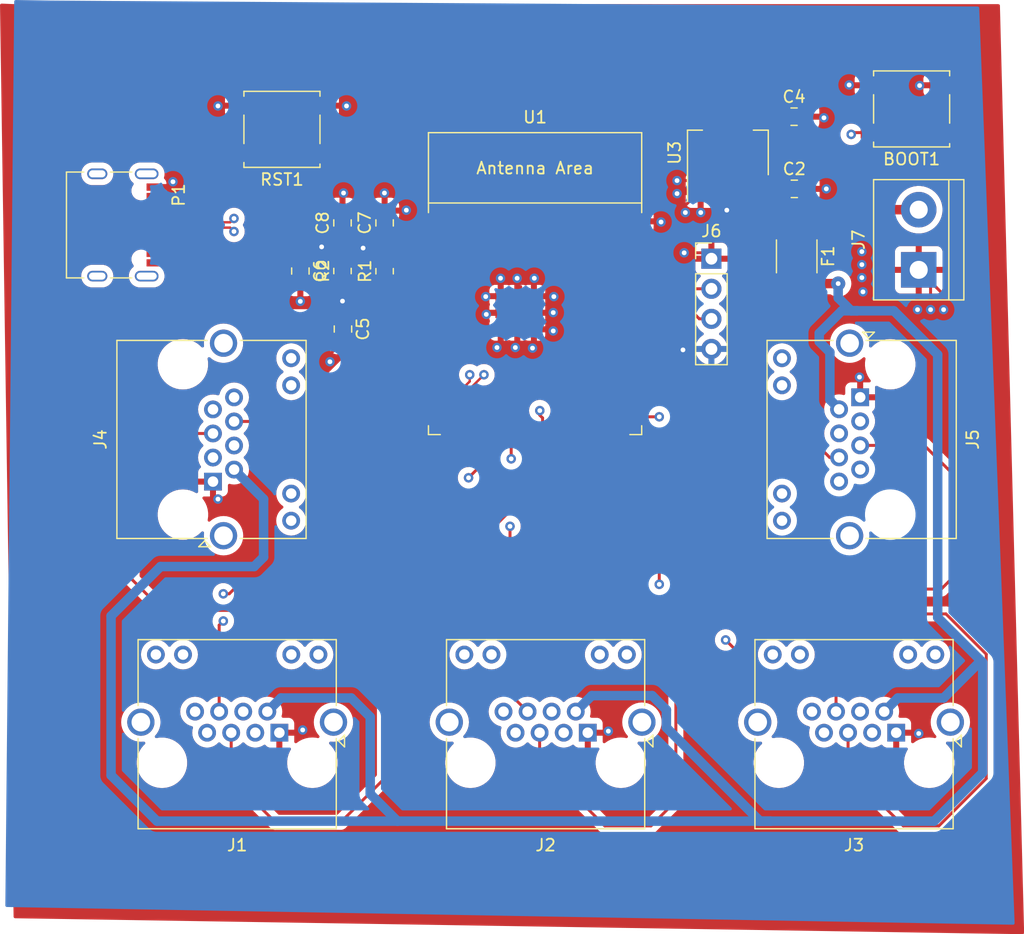
<source format=kicad_pcb>
(kicad_pcb (version 20211014) (generator pcbnew)
  (layers (0 "F.Cu" signal) (1 "In1.Cu" signal) (2 "In2.Cu" signal) (31 "B.Cu" signal) (34 "B.Paste" user) (35 "F.Paste" user) (36 "B.SilkS" user "B.Silkscreen") (37 "F.SilkS" user "F.Silkscreen") (38 "B.Mask" user) (39 "F.Mask" user) (44 "Edge.Cuts" user))
  (net 0 "")
  (net 1 "GNDREF")
  (net 2 "+3.3V")
  (net 3 "/MOSI")
  (net 4 "/MISO")
  (net 5 "/SCLK")
  (net 6 "/CS_SWF")
  (net 13 "/CS_PDL")
  (net 20 "/CS_SHIF")
  (net 27 "/CS_A2")
  (net 34 "/CS_A1")
  (net 35 "Net-(P1-PadA4)")
  (net 41 "Net-(C5-Pad1)")
  (net 56 "/EN")
  (net 65 "/RX_ESP")
  (net 66 "/TX_ESP")
  (net 71 "/D+")
  (net 72 "/D-")
  (net 73 "+5V")
  (net 74 "/BOOT")
  (net 75 "Net-(F1-Pad1)")
  (footprint "Button_Switch_SMD:SW_Push_1P1T_NO_CK_KSC6xxJ" (layer "F.Cu") (at 119.35 79.475)
    (fp_text reference "RST1")
    (fp_text value "SW_Push")
  )
  (footprint "Espressif:ESP32-S3-WROOM-1" (layer "F.Cu") (at 140.716 95.504)
    (fp_text reference "U1")
    (fp_text value "ESP32-S3-WROOM-1")
  )
  (footprint "Package_TO_SOT_SMD:SOT-223-3_TabPin2" (layer "F.Cu") (at 156.9905 81.452 90)
    (fp_text reference "U3")
    (fp_text value "LDL1117")
  )
  (footprint "Resistor_SMD:R_0805_2012Metric_Pad1.20x1.40mm_HandSolder" (layer "F.Cu") (at 128.016 91.456 90)
    (fp_text reference "R1")
    (fp_text value "0")
  )
  (footprint "Button_Switch_SMD:SW_Push_1P1T_NO_CK_KSC6xxJ" (layer "F.Cu") (at 172.5 77.75)
    (fp_text reference "BOOT1")
    (fp_text value "SW_Push")
  )
  (footprint "Connector_RJ:RJ45_Amphenol_RJHSE538X" (layer "F.Cu") (at 145.165 130.431 180)
    (fp_text reference "J2")
    (fp_text value "Pedals")
  )
  (footprint "Connector_USB:USB_C_Receptacle_Palconn_UTC16-G" (layer "F.Cu") (at 106 87.55 -90)
    (fp_text reference "P1")
    (fp_text value "USB_C_Plug_USB2.0")
  )
  (footprint "Fuse:Fuse_1812_4532Metric_Pad1.30x3.40mm_HandSolder" (layer "F.Cu") (at 162.8 90.2 -90)
    (fp_text reference "F1")
    (fp_text value "3A")
  )
  (footprint "Connector_RJ:RJ45_Amphenol_RJHSE538X" (layer "F.Cu") (at 171.2 130.431 180)
    (fp_text reference "J3")
    (fp_text value "Shifter")
  )
  (footprint "TerminalBlock:TerminalBlock_bornier-2_P5.08mm" (layer "F.Cu") (at 173.1 91.34 90)
    (fp_text reference "J7")
    (fp_text value "Screw_Terminal_01x02")
  )
  (footprint "Capacitor_SMD:C_0805_2012Metric_Pad1.18x1.45mm_HandSolder" (layer "F.Cu") (at 124.5 96.3375 -90)
    (fp_text reference "C5")
    (fp_text value "0.1uf")
  )
  (footprint "Capacitor_SMD:C_0805_2012Metric_Pad1.18x1.45mm_HandSolder" (layer "F.Cu") (at 162.5785 78.404)
    (fp_text reference "C4")
    (fp_text value "4.7uf")
  )
  (footprint "Capacitor_SMD:C_0805_2012Metric_Pad1.18x1.45mm_HandSolder" (layer "F.Cu") (at 162.6 84.5)
    (fp_text reference "C2")
    (fp_text value "1uf")
  )
  (footprint "Connector_RJ:RJ45_Amphenol_RJHSE538X" (layer "F.Cu") (at 119.13 130.431 180)
    (fp_text reference "J1")
    (fp_text value "Steering Wheel Feedback")
  )
  (footprint "Connector_RJ:RJ45_Amphenol_RJHSE538X" (layer "F.Cu") (at 113.528 109.224 90)
    (fp_text reference "J4")
    (fp_text value "Accessory_2")
  )
  (footprint "Capacitor_SMD:C_0805_2012Metric_Pad1.18x1.45mm_HandSolder" (layer "F.Cu") (at 120.904 91.44 -90)
    (fp_text reference "C6")
    (fp_text value "1uf")
  )
  (footprint "Capacitor_SMD:C_0805_2012Metric_Pad1.18x1.45mm_HandSolder" (layer "F.Cu") (at 128.016 87.376 90)
    (fp_text reference "C7")
    (fp_text value "0.1uf")
  )
  (footprint "Capacitor_SMD:C_0805_2012Metric_Pad1.18x1.45mm_HandSolder" (layer "F.Cu") (at 124.46 87.376 90)
    (fp_text reference "C8")
    (fp_text value "22uf")
  )
  (footprint "Connector_PinHeader_2.54mm:PinHeader_1x04_P2.54mm_Vertical" (layer "F.Cu") (at 155.6 90.4)
    (fp_text reference "J6")
    (fp_text value "Conn_01x04")
  )
  (footprint "Connector_RJ:RJ45_Amphenol_RJHSE538X" (layer "F.Cu") (at 168.158 102.104 -90)
    (fp_text reference "J5")
    (fp_text value "Accessory_1")
  )
  (footprint "Resistor_SMD:R_0805_2012Metric_Pad1.20x1.40mm_HandSolder" (layer "F.Cu") (at 124.46 91.44 90)
    (fp_text reference "R2")
    (fp_text value "10K")
  )
  (segment (start 120.9 92.4815) (end 120.904 92.4775) (width 0.25) (layer "F.Cu") (net 1))
  (segment (start 130.794 87.244) (end 129.85 86.3) (width 0.25) (layer "F.Cu") (net 1))
  (segment (start 171.2 130.431) (end 173.031 130.431) (width 0.25) (layer "F.Cu") (net 1))
  (segment (start 140.616 94.964) (end 142.236 94.964) (width 0.25) (layer "F.Cu") (net 1))
  (segment (start 138.364 94.964) (end 139.216 94.964) (width 0.25) (layer "F.Cu") (net 1))
  (segment (start 120.9 94) (end 120.9 92.4815) (width 0.25) (layer "F.Cu") (net 1))
  (segment (start 140.616 93.564) (end 139.216 93.564) (width 0.25) (layer "F.Cu") (net 1))
  (segment (start 174.1 94.7) (end 174.1 92.34) (width 0.25) (layer "F.Cu") (net 1))
  (segment (start 173.1 91.34) (end 170.25093 91.34) (width 0.25) (layer "F.Cu") (net 1))
  (segment (start 140.616 97.834) (end 140.5 97.95) (width 0.25) (layer "F.Cu") (net 1))
  (segment (start 142.3 93.6) (end 140.652 93.6) (width 0.25) (layer "F.Cu") (net 1))
  (segment (start 109.7 84.35) (end 110.15 83.9) (width 0.25) (layer "F.Cu") (net 1))
  (segment (start 113.528 109.224) (end 113.528 110.278) (width 0.25) (layer "F.Cu") (net 1))
  (segment (start 173 91.44) (end 173.1 91.34) (width 0.25) (layer "F.Cu") (net 1))
  (segment (start 140.616 96.364) (end 142.114 96.364) (width 0.25) (layer "F.Cu") (net 1))
  (segment (start 140.65 92.05) (end 140.65 93.53) (width 0.25) (layer "F.Cu") (net 1))
  (segment (start 136.55 93.6) (end 137.78 93.6) (width 0.25) (layer "F.Cu") (net 1))
  (segment (start 168.74 91.34) (end 168.3 90.9) (width 0.25) (layer "F.Cu") (net 1))
  (segment (start 140.616 96.364) (end 140.616 97.834) (width 0.25) (layer "F.Cu") (net 1))
  (segment (start 120.869 130.431) (end 121.1 130.2) (width 0.25) (layer "F.Cu") (net 1))
  (segment (start 170.25093 91.34) (end 168.39324 93.19769) (width 0.25) (layer "F.Cu") (net 1))
  (segment (start 154.3925 84.9) (end 154.6905 84.602) (width 0.25) (layer "F.Cu") (net 1))
  (segment (start 137.68 95.1) (end 137.816 94.964) (width 0.25) (layer "F.Cu") (net 1))
  (segment (start 175.4 75.75) (end 173.2 75.75) (width 0.25) (layer "F.Cu") (net 1))
  (segment (start 128 84.85) (end 128 86.3225) (width 0.25) (layer "F.Cu") (net 1))
  (segment (start 151.35 87.3) (end 149.522 87.3) (width 0.25) (layer "F.Cu") (net 1))
  (segment (start 137.8 93.548) (end 137.816 93.564) (width 0.25) (layer "F.Cu") (net 1))
  (segment (start 153.8885 83.8) (end 154.6905 84.602) (width 0.25) (layer "F.Cu") (net 1))
  (segment (start 140.652 93.6) (end 140.616 93.564) (width 0.25) (layer "F.Cu") (net 1))
  (segment (start 146.769 130.431) (end 146.9 130.3) (width 0.25) (layer "F.Cu") (net 1))
  (segment (start 169.84 91.34) (end 168.3 89.8) (width 0.25) (layer "F.Cu") (net 1))
  (segment (start 113.528 110.278) (end 113.95 110.7) (width 0.25) (layer "F.Cu") (net 1))
  (segment (start 154.7 86.5) (end 154.7 84.6115) (width 0.25) (layer "F.Cu") (net 1))
  (segment (start 124.775 77.475) (end 124.8 77.5) (width 0.25) (layer "F.Cu") (net 1))
  (segment (start 142.236 94.964) (end 142.25 94.95) (width 0.25) (layer "F.Cu") (net 1))
  (segment (start 137.816 94.964) (end 137.816 93.564) (width 0.25) (layer "F.Cu") (net 1))
  (segment (start 175.2 93.44) (end 173.1 91.34) (width 0.25) (layer "F.Cu") (net 1))
  (segment (start 173.1 91.34) (end 169.84 91.34) (width 0.25) (layer "F.Cu") (net 1))
  (segment (start 149.522 87.3) (end 149.466 87.244) (width 0.25) (layer "F.Cu") (net 1))
  (segment (start 123.4 99.1) (end 123.4 98.475) (width 0.25) (layer "F.Cu") (net 1))
  (segment (start 119.13 130.431) (end 120.869 130.431) (width 0.25) (layer "F.Cu") (net 1))
  (segment (start 139.216 96.364) (end 139.216 97.734) (width 0.25) (layer "F.Cu") (net 1))
  (segment (start 116.45 77.475) (end 113.975 77.475) (width 0.25) (layer "F.Cu") (net 1))
  (segment (start 124.55 84.85) (end 124.55 86.2485) (width 0.25) (layer "F.Cu") (net 1))
  (segment (start 152.7 84.9) (end 154.3925 84.9) (width 0.25) (layer "F.Cu") (net 1))
  (segment (start 168.96 91.34) (end 168.3 92) (width 0.25) (layer "F.Cu") (net 1))
  (segment (start 122.25 77.475) (end 124.775 77.475) (width 0.25) (layer "F.Cu") (net 1))
  (segment (start 137.816 96.364) (end 137.816 94.964) (width 0.25) (layer "F.Cu") (net 1))
  (segment (start 168.158 100.458) (end 168.1 100.4) (width 0.25) (layer "F.Cu") (net 1))
  (segment (start 123.4 98.475) (end 124.5 97.375) (width 0.25) (layer "F.Cu") (net 1))
  (segment (start 173.1 91.34) (end 168.74 91.34) (width 0.25) (layer "F.Cu") (net 1))
  (segment (start 152.7 83.8) (end 153.8885 83.8) (width 0.25) (layer "F.Cu") (net 1))
  (segment (start 137.816 97.434) (end 137.5 97.75) (width 0.25) (layer "F.Cu") (net 1))
  (segment (start 173.1 91.34) (end 168.96 91.34) (width 0.25) (layer "F.Cu") (net 1))
  (segment (start 108.51 84.35) (end 109.7 84.35) (width 0.25) (layer "F.Cu") (net 1))
  (segment (start 113.975 77.475) (end 113.95 77.5) (width 0.25) (layer "F.Cu") (net 1))
  (segment (start 163.6375 84.5) (end 165.3 84.5) (width 0.25) (layer "F.Cu") (net 1))
  (segment (start 163.616 78.404) (end 165.004 78.404) (width 0.25) (layer "F.Cu") (net 1))
  (segment (start 153.3 89.9) (end 155.1 89.9) (width 0.25) (layer "F.Cu") (net 1))
  (segment (start 175.2 94.7) (end 175.2 93.44) (width 0.25) (layer "F.Cu") (net 1))
  (segment (start 137.5 97.75) (end 137.5 97.9) (width 0.25) (layer "F.Cu") (net 1))
  (segment (start 137.816 94.964) (end 138.364 94.964) (width 0.25) (layer "F.Cu") (net 1))
  (segment (start 124.55 86.2485) (end 124.46 86.3385) (width 0.25) (layer "F.Cu") (net 1))
  (segment (start 139.216 93.564) (end 139.216 94.964) (width 0.25) (layer "F.Cu") (net 1))
  (segment (start 167.25 75.75) (end 167.225 75.725) (width 0.25) (layer "F.Cu") (net 1))
  (segment (start 154.7 84.6115) (end 154.6905 84.602) (width 0.25) (layer "F.Cu") (net 1))
  (segment (start 137.8 92.05) (end 137.8 93.548) (width 0.25) (layer "F.Cu") (net 1))
  (segment (start 140.616 96.364) (end 139.216 96.364) (width 0.25) (layer "F.Cu") (net 1))
  (segment (start 145.165 130.431) (end 146.769 130.431) (width 0.25) (layer "F.Cu") (net 1))
  (segment (start 137.816 96.364) (end 137.816 97.434) (width 0.25) (layer "F.Cu") (net 1))
  (segment (start 173 94.7) (end 173 91.44) (width 0.25) (layer "F.Cu") (net 1))
  (segment (start 131.966 87.244) (end 130.794 87.244) (width 0.25) (layer "F.Cu") (net 1))
  (segment (start 140.65 93.53) (end 140.616 93.564) (width 0.25) (layer "F.Cu") (net 1))
  (segment (start 165.004 78.404) (end 165.1 78.5) (width 0.25) (layer "F.Cu") (net 1))
  (segment (start 153.4 85.8925) (end 154.6905 84.602) (width 0.25) (layer "F.Cu") (net 1))
  (segment (start 137.78 93.6) (end 137.816 93.564) (width 0.25) (layer "F.Cu") (net 1))
  (segment (start 173.031 130.431) (end 173.1 130.5) (width 0.25) (layer "F.Cu") (net 1))
  (segment (start 139.5 93.28) (end 139.216 93.564) (width 0.25) (layer "F.Cu") (net 1))
  (segment (start 140.616 93.564) (end 140.616 94.964) (width 0.25) (layer "F.Cu") (net 1))
  (segment (start 139.216 97.734) (end 139.05 97.9) (width 0.25) (layer "F.Cu") (net 1))
  (segment (start 139.5 92.75) (end 139.5 93.28) (width 0.25) (layer "F.Cu") (net 1))
  (segment (start 174.1 92.34) (end 173.1 91.34) (width 0.25) (layer "F.Cu") (net 1))
  (segment (start 168.158 102.104) (end 168.158 100.458) (width 0.25) (layer "F.Cu") (net 1))
  (segment (start 136.6 95.1) (end 137.68 95.1) (width 0.25) (layer "F.Cu") (net 1))
  (segment (start 128 86.3225) (end 128.016 86.3385) (width 0.25) (layer "F.Cu") (net 1))
  (segment (start 169.6 75.75) (end 167.25 75.75) (width 0.25) (layer "F.Cu") (net 1))
  (segment (start 155.1 89.9) (end 155.6 90.4) (width 0.25) (layer "F.Cu") (net 1))
  (segment (start 142.114 96.364) (end 142.25 96.5) (width 0.25) (layer "F.Cu") (net 1))
  (segment (start 153.4 86.5) (end 153.4 85.8925) (width 0.25) (layer "F.Cu") (net 1))
  (segment (start 173.2 75.75) (end 173.175 75.775) (width 0.25) (layer "F.Cu") (net 1))
  (via (at 129.85 86.3) (size 0.8) (drill 0.4) (layers "F.Cu" "B.Cu") (net 1))
  (via (at 174.1 94.7) (size 0.8) (drill 0.4) (layers "F.Cu" "B.Cu") (net 1))
  (via (at 152.7 84.9) (size 0.8) (drill 0.4) (layers "F.Cu" "B.Cu") (net 1))
  (via (at 168.1 100.4) (size 0.8) (drill 0.4) (layers "F.Cu" "B.Cu") (net 1))
  (via (at 139.05 97.9) (size 0.8) (drill 0.4) (layers "F.Cu" "B.Cu") (net 1))
  (via (at 168.3 92) (size 0.8) (drill 0.4) (layers "F.Cu" "B.Cu") (net 1))
  (via (at 173.175 75.775) (size 0.8) (drill 0.4) (layers "F.Cu" "B.Cu") (net 1))
  (via (at 113.95 77.5) (size 0.8) (drill 0.4) (layers "F.Cu" "B.Cu") (net 1))
  (via (at 113.95 110.7) (size 0.8) (drill 0.4) (layers "F.Cu" "B.Cu") (net 1))
  (via (at 165.3 84.5) (size 0.8) (drill 0.4) (layers "F.Cu" "B.Cu") (net 1))
  (via (at 136.6 95.1) (size 0.8) (drill 0.4) (layers "F.Cu" "B.Cu") (net 1))
  (via (at 151.35 87.3) (size 0.8) (drill 0.4) (layers "F.Cu" "B.Cu") (net 1))
  (via (at 142.25 94.95) (size 0.8) (drill 0.4) (layers "F.Cu" "B.Cu") (net 1))
  (via (at 110.15 83.9) (size 0.8) (drill 0.4) (layers "F.Cu" "B.Cu") (net 1))
  (via (at 152.7 83.8) (size 0.8) (drill 0.4) (layers "F.Cu" "B.Cu") (net 1))
  (via (at 154.7 86.5) (size 0.8) (drill 0.4) (layers "F.Cu" "B.Cu") (net 1))
  (via (at 137.5 97.9) (size 0.8) (drill 0.4) (layers "F.Cu" "B.Cu") (net 1))
  (via (at 167.225 75.725) (size 0.8) (drill 0.4) (layers "F.Cu" "B.Cu") (net 1))
  (via (at 165.1 78.5) (size 0.8) (drill 0.4) (layers "F.Cu" "B.Cu") (net 1))
  (via (at 140.5 97.95) (size 0.8) (drill 0.4) (layers "F.Cu" "B.Cu") (net 1))
  (via (at 168.3 89.8) (size 0.8) (drill 0.4) (layers "F.Cu" "B.Cu") (net 1))
  (via (at 124.55 84.85) (size 0.8) (drill 0.4) (layers "F.Cu" "B.Cu") (net 1))
  (via (at 136.55 93.6) (size 0.8) (drill 0.4) (layers "F.Cu" "B.Cu") (net 1))
  (via (at 153.3 89.9) (size 0.8) (drill 0.4) (layers "F.Cu" "B.Cu") (net 1))
  (via (at 146.9 130.3) (size 0.8) (drill 0.4) (layers "F.Cu" "B.Cu") (net 1))
  (via (at 175.2 94.7) (size 0.8) (drill 0.4) (layers "F.Cu" "B.Cu") (net 1))
  (via (at 173.1 130.5) (size 0.8) (drill 0.4) (layers "F.Cu" "B.Cu") (net 1))
  (via (at 168.3 90.9) (size 0.8) (drill 0.4) (layers "F.Cu" "B.Cu") (net 1))
  (via (at 120.9 94) (size 0.8) (drill 0.4) (layers "F.Cu" "B.Cu") (net 1))
  (via (at 124.8 77.5) (size 0.8) (drill 0.4) (layers "F.Cu" "B.Cu") (net 1))
  (via (at 153.4 86.5) (size 0.8) (drill 0.4) (layers "F.Cu" "B.Cu") (net 1))
  (via (at 142.3 93.6) (size 0.8) (drill 0.4) (layers "F.Cu" "B.Cu") (net 1))
  (via (at 128 84.85) (size 0.8) (drill 0.4) (layers "F.Cu" "B.Cu") (net 1))
  (via (at 123.4 99.1) (size 0.8) (drill 0.4) (layers "F.Cu" "B.Cu") (net 1))
  (via (at 140.65 92.05) (size 0.8) (drill 0.4) (layers "F.Cu" "B.Cu") (net 1))
  (via (at 168.39324 93.19769) (size 0.8) (drill 0.4) (layers "F.Cu" "B.Cu") (net 1))
  (via (at 121.1 130.2) (size 0.8) (drill 0.4) (layers "F.Cu" "B.Cu") (net 1))
  (via (at 139.2 92.05) (size 0.8) (drill 0.4) (layers "F.Cu" "B.Cu") (net 1))
  (via (at 137.8 92.05) (size 0.8) (drill 0.4) (layers "F.Cu" "B.Cu") (net 1))
  (via (at 173 94.7) (size 0.8) (drill 0.4) (layers "F.Cu" "B.Cu") (net 1))
  (via (at 142.25 96.5) (size 0.8) (drill 0.4) (layers "F.Cu" "B.Cu") (net 1))
  (segment (start 126.2 89.5) (end 126.9295 89.5) (width 0.25) (layer "F.Cu") (net 2))
  (segment (start 155.52 98.1) (end 155.6 98.02) (width 0.25) (layer "F.Cu") (net 2))
  (segment (start 128.1165 88.514) (end 128.016 88.4135) (width 0.25) (layer "F.Cu") (net 2))
  (segment (start 153.2 98.1) (end 155.52 98.1) (width 0.25) (layer "F.Cu") (net 2))
  (segment (start 156.9 86.3) (end 156.9 84.6925) (width 0.25) (layer "F.Cu") (net 2))
  (segment (start 131.966 88.514) (end 128.1165 88.514) (width 0.25) (layer "F.Cu") (net 2))
  (segment (start 156.9 84.6925) (end 156.9905 84.602) (width 0.25) (layer "F.Cu") (net 2))
  (segment (start 124.46 93.98) (end 124.46 92.44) (width 0.25) (layer "F.Cu") (net 2))
  (segment (start 127.4865 88.4135) (end 124.46 88.4135) (width 0.25) (layer "F.Cu") (net 2))
  (segment (start 161.439 78.302) (end 161.541 78.404) (width 0.25) (layer "F.Cu") (net 2))
  (segment (start 156.9905 78.302) (end 161.439 78.302) (width 0.25) (layer "F.Cu") (net 2))
  (segment (start 122.7 89.4) (end 123.4735 89.4) (width 0.25) (layer "F.Cu") (net 2))
  (segment (start 123.4735 89.4) (end 124.46 88.4135) (width 0.25) (layer "F.Cu") (net 2))
  (segment (start 128.016 88.4135) (end 127.4865 88.4135) (width 0.25) (layer "F.Cu") (net 2))
  (segment (start 126.9295 89.5) (end 128.016 88.4135) (width 0.25) (layer "F.Cu") (net 2))
  (segment (start 156.9905 78.302) (end 156.9905 84.602) (width 0.25) (layer "F.Cu") (net 2))
  (via (at 126.2 89.5) (size 0.8) (drill 0.4) (layers "F.Cu" "B.Cu") (net 2))
  (via (at 122.7 89.4) (size 0.8) (drill 0.4) (layers "F.Cu" "B.Cu") (net 2))
  (via (at 156.9 86.3) (size 0.8) (drill 0.4) (layers "F.Cu" "B.Cu") (net 2))
  (via (at 124.46 93.98) (size 0.8) (drill 0.4) (layers "F.Cu" "B.Cu") (net 2))
  (via (at 153.2 98.1) (size 0.8) (drill 0.4) (layers "F.Cu" "B.Cu") (net 2))
  (segment (start 138.7 105.115) (end 138.811 105.004) (width 0.25) (layer "F.Cu") (net 3))
  (segment (start 138.7 107.3) (end 138.7 105.115) (width 0.25) (layer "F.Cu") (net 3))
  (via (at 138.7 107.3) (size 0.8) (drill 0.4) (layers "F.Cu" "B.Cu") (net 3))
  (segment (start 141.114148 103.614148) (end 141.351 103.851) (width 0.25) (layer "F.Cu") (net 4))
  (segment (start 141.114148 103.226862) (end 141.114148 103.614148) (width 0.25) (layer "F.Cu") (net 4))
  (segment (start 141.351 103.851) (end 141.351 105.004) (width 0.25) (layer "F.Cu") (net 4))
  (via (at 141.114148 103.226862) (size 0.8) (drill 0.4) (layers "F.Cu" "B.Cu") (net 4))
  (segment (start 149.65 119.75) (end 150.95 119.75) (width 0.25) (layer "F.Cu") (net 5))
  (segment (start 118.8 138) (end 115.066 134.266) (width 0.25) (layer "F.Cu") (net 5))
  (segment (start 130.2 120.1) (end 128 122.3) (width 0.25) (layer "F.Cu") (net 5))
  (segment (start 177.5 110.1) (end 177.5 115.8) (width 0.25) (layer "F.Cu") (net 5))
  (segment (start 128 122.3) (end 128 134.3) (width 0.25) (layer "F.Cu") (net 5))
  (segment (start 113.528 105.16) (end 109.04 105.16) (width 0.25) (layer "F.Cu") (net 5))
  (segment (start 141.101 132.801) (end 141.101 130.431) (width 0.25) (layer "F.Cu") (net 5))
  (segment (start 177.5 115.8) (end 175 118.3) (width 0.25) (layer "F.Cu") (net 5))
  (segment (start 150.3 120.4) (end 151.45 121.55) (width 0.25) (layer "F.Cu") (net 5))
  (segment (start 146.6 138.3) (end 141.101 132.801) (width 0.25) (layer "F.Cu") (net 5))
  (segment (start 149.65 119.75) (end 150.3 120.4) (width 0.25) (layer "F.Cu") (net 5))
  (segment (start 178.8 134.3) (end 178.8 123.8) (width 0.25) (layer "F.Cu") (net 5))
  (segment (start 152.6 136.2) (end 150.5 138.3) (width 0.25) (layer "F.Cu") (net 5))
  (segment (start 109.04 105.16) (end 106.7 107.5) (width 0.25) (layer "F.Cu") (net 5))
  (segment (start 171.8 138.3) (end 174.8 138.3) (width 0.25) (layer "F.Cu") (net 5))
  (segment (start 152.6 122.7) (end 152.6 136.2) (width 0.25) (layer "F.Cu") (net 5))
  (segment (start 106.7 107.5) (end 106.7 117.5) (width 0.25) (layer "F.Cu") (net 5))
  (segment (start 140.081 105.004) (end 140.081 110.181) (width 0.25) (layer "F.Cu") (net 5))
  (segment (start 140.081 110.181) (end 149.65 119.75) (width 0.25) (layer "F.Cu") (net 5))
  (segment (start 175.4 120.4) (end 154.6 120.4) (width 0.25) (layer "F.Cu") (net 5))
  (segment (start 178.8 123.8) (end 175.4 120.4) (width 0.25) (layer "F.Cu") (net 5))
  (segment (start 151.45 121.55) (end 152.45 122.55) (width 0.25) (layer "F.Cu") (net 5))
  (segment (start 150.5 138.3) (end 146.6 138.3) (width 0.25) (layer "F.Cu") (net 5))
  (segment (start 168.158 106.168) (end 173.568 106.168) (width 0.25) (layer "F.Cu") (net 5))
  (segment (start 153.45 121.55) (end 154.6 120.4) (width 0.25) (layer "F.Cu") (net 5))
  (segment (start 150.95 119.75) (end 152.4 118.3) (width 0.25) (layer "F.Cu") (net 5))
  (segment (start 109.3 120.1) (end 130.2 120.1) (width 0.25) (layer "F.Cu") (net 5))
  (segment (start 167.136 133.636) (end 171.8 138.3) (width 0.25) (layer "F.Cu") (net 5))
  (segment (start 173.568 106.168) (end 177.5 110.1) (width 0.25) (layer "F.Cu") (net 5))
  (segment (start 167.136 130.431) (end 167.136 133.636) (width 0.25) (layer "F.Cu") (net 5))
  (segment (start 175 118.3) (end 152.4 118.3) (width 0.25) (layer "F.Cu") (net 5))
  (segment (start 124.3 138) (end 118.8 138) (width 0.25) (layer "F.Cu") (net 5))
  (segment (start 140.081 110.219) (end 130.2 120.1) (width 0.25) (layer "F.Cu") (net 5))
  (segment (start 140.081 110.181) (end 140.081 110.219) (width 0.25) (layer "F.Cu") (net 5))
  (segment (start 174.8 138.3) (end 178.8 134.3) (width 0.25) (layer "F.Cu") (net 5))
  (segment (start 106.7 117.5) (end 109.3 120.1) (width 0.25) (layer "F.Cu") (net 5))
  (segment (start 151.45 121.55) (end 153.45 121.55) (width 0.25) (layer "F.Cu") (net 5))
  (segment (start 128 134.3) (end 124.3 138) (width 0.25) (layer "F.Cu") (net 5))
  (segment (start 152.45 122.55) (end 152.6 122.7) (width 0.25) (layer "F.Cu") (net 5))
  (segment (start 115.066 134.266) (end 115.066 130.431) (width 0.25) (layer "F.Cu") (net 5))
  (segment (start 115.4 118.2) (end 127.4 118.2) (width 0.25) (layer "F.Cu") (net 6))
  (segment (start 137.541 108.059) (end 137.541 105.004) (width 0.25) (layer "F.Cu") (net 6))
  (segment (start 114.05 128.651) (end 114.05 121.35) (width 0.25) (layer "F.Cu") (net 6))
  (segment (start 114.4 118.7) (end 114.9 118.7) (width 0.25) (layer "F.Cu") (net 6))
  (segment (start 114.05 121.35) (end 114.4 121) (width 0.25) (layer "F.Cu") (net 6))
  (segment (start 114.9 118.7) (end 115.4 118.2) (width 0.25) (layer "F.Cu") (net 6))
  (segment (start 127.4 118.2) (end 137.541 108.059) (width 0.25) (layer "F.Cu") (net 6))
  (via (at 114.4 118.7) (size 0.8) (drill 0.4) (layers "F.Cu" "B.Cu") (net 6))
  (via (at 114.4 121) (size 0.8) (drill 0.4) (layers "F.Cu" "B.Cu") (net 6))
  (segment (start 138.6 113) (end 138.6 127.166) (width 0.25) (layer "F.Cu") (net 13))
  (segment (start 136.271 105.004) (end 136.271 107.729) (width 0.25) (layer "F.Cu") (net 13))
  (segment (start 136.271 107.729) (end 135.1 108.9) (width 0.25) (layer "F.Cu") (net 13))
  (segment (start 138.6 127.166) (end 140.085 128.651) (width 0.25) (layer "F.Cu") (net 13))
  (via (at 135.1 108.9) (size 0.8) (drill 0.4) (layers "F.Cu" "B.Cu") (net 13))
  (via (at 138.6 113) (size 0.8) (drill 0.4) (layers "F.Cu" "B.Cu") (net 13))
  (segment (start 142.621 106.921) (end 142.621 105.004) (width 0.25) (layer "F.Cu") (net 20))
  (segment (start 151.2 117.9) (end 151.2 115.5) (width 0.25) (layer "F.Cu") (net 20))
  (segment (start 165.2 125.8) (end 160 125.8) (width 0.25) (layer "F.Cu") (net 20))
  (segment (start 151.2 115.5) (end 142.621 106.921) (width 0.25) (layer "F.Cu") (net 20))
  (segment (start 156.95 122.75) (end 156.8 122.6) (width 0.25) (layer "F.Cu") (net 20))
  (segment (start 160 125.8) (end 156.95 122.75) (width 0.25) (layer "F.Cu") (net 20))
  (segment (start 166.12 128.651) (end 166.12 126.72) (width 0.25) (layer "F.Cu") (net 20))
  (segment (start 166.12 126.72) (end 165.2 125.8) (width 0.25) (layer "F.Cu") (net 20))
  (via (at 156.8 122.6) (size 0.8) (drill 0.4) (layers "F.Cu" "B.Cu") (net 20))
  (via (at 151.2 117.9) (size 0.8) (drill 0.4) (layers "F.Cu" "B.Cu") (net 20))
  (segment (start 120.056 104.144) (end 127.2 97) (width 0.25) (layer "F.Cu") (net 27))
  (segment (start 127.2 96) (end 129.606 93.594) (width 0.25) (layer "F.Cu") (net 27))
  (segment (start 129.606 93.594) (end 131.966 93.594) (width 0.25) (layer "F.Cu") (net 27))
  (segment (start 127.2 97) (end 127.2 96) (width 0.25) (layer "F.Cu") (net 27))
  (segment (start 115.308 104.144) (end 120.056 104.144) (width 0.25) (layer "F.Cu") (net 27))
  (segment (start 166.378 107.184) (end 165.584 107.184) (width 0.25) (layer "F.Cu") (net 34))
  (segment (start 165.584 107.184) (end 160.884 102.484) (width 0.25) (layer "F.Cu") (net 34))
  (segment (start 160.884 102.484) (end 149.466 102.484) (width 0.25) (layer "F.Cu") (net 34))
  (segment (start 118.95 94.85) (end 119.4 95.3) (width 0.25) (layer "F.Cu") (net 41))
  (segment (start 124.5 95.3) (end 125.172 95.3) (width 0.25) (layer "F.Cu") (net 41))
  (segment (start 119.4 95.3) (end 124.5 95.3) (width 0.25) (layer "F.Cu") (net 41))
  (segment (start 118.95 88.1) (end 118.95 94.85) (width 0.25) (layer "F.Cu") (net 41))
  (segment (start 122.25 84.8) (end 118.95 88.1) (width 0.25) (layer "F.Cu") (net 41))
  (segment (start 122.25 81.475) (end 122.25 84.8) (width 0.25) (layer "F.Cu") (net 41))
  (segment (start 125.172 95.3) (end 128.016 92.456) (width 0.25) (layer "F.Cu") (net 41))
  (segment (start 116.45 81.475) (end 122.25 81.475) (width 0.25) (layer "F.Cu") (net 41))
  (segment (start 124.46 90.44) (end 120.9415 90.44) (width 0.25) (layer "F.Cu") (net 56))
  (segment (start 124.476 90.456) (end 124.46 90.44) (width 0.25) (layer "F.Cu") (net 56))
  (segment (start 128.688 89.784) (end 128.016 90.456) (width 0.25) (layer "F.Cu") (net 56))
  (segment (start 128.016 90.456) (end 124.476 90.456) (width 0.25) (layer "F.Cu") (net 56))
  (segment (start 120.9415 90.44) (end 120.904 90.4025) (width 0.25) (layer "F.Cu") (net 56))
  (segment (start 131.966 89.784) (end 128.688 89.784) (width 0.25) (layer "F.Cu") (net 56))
  (segment (start 155.6 92.94) (end 153.04 92.94) (width 0.25) (layer "F.Cu") (net 65))
  (segment (start 153.04 92.94) (end 151.154 91.054) (width 0.25) (layer "F.Cu") (net 65))
  (segment (start 151.154 91.054) (end 149.466 91.054) (width 0.25) (layer "F.Cu") (net 65))
  (segment (start 151.424 92.324) (end 149.466 92.324) (width 0.25) (layer "F.Cu") (net 66))
  (segment (start 154.58 95.48) (end 151.424 92.324) (width 0.25) (layer "F.Cu") (net 66))
  (segment (start 155.6 95.48) (end 154.58 95.48) (width 0.25) (layer "F.Cu") (net 66))
  (segment (start 132.266 103.754) (end 132.676 103.344) (width 0.2) (layer "F.Cu") (net 71))
  (segment (start 131.912 103.7) (end 131.966 103.754) (width 0.2) (layer "F.Cu") (net 71))
  (segment (start 133.256 103.344) (end 136.4 100.2) (width 0.2) (layer "F.Cu") (net 71))
  (segment (start 131.966 103.754) (end 132.266 103.754) (width 0.2) (layer "F.Cu") (net 71))
  (segment (start 115.3 87) (end 114.975001 87.324999) (width 0.2) (layer "F.Cu") (net 71))
  (segment (start 132.676 103.344) (end 133.256 103.344) (width 0.2) (layer "F.Cu") (net 71))
  (segment (start 109.380001 87.3) (end 108.51 87.3) (width 0.2) (layer "F.Cu") (net 71))
  (segment (start 109.405001 87.325) (end 109.380001 87.3) (width 0.2) (layer "F.Cu") (net 71))
  (segment (start 114.975001 87.324999) (end 109.405001 87.325) (width 0.2) (layer "F.Cu") (net 71))
  (via (at 115.3 87) (size 0.8) (drill 0.4) (layers "F.Cu" "B.Cu") (net 71))
  (via (at 136.4 100.2) (size 0.8) (drill 0.4) (layers "F.Cu" "B.Cu") (net 71))
  (segment (start 132.266 102.484) (end 132.676 102.894) (width 0.2) (layer "F.Cu") (net 72))
  (segment (start 115.3 88.1) (end 114.975001 87.775001) (width 0.2) (layer "F.Cu") (net 72))
  (segment (start 135.2 100.763603) (end 135.2 100.2) (width 0.2) (layer "F.Cu") (net 72))
  (segment (start 131.966 102.484) (end 132.266 102.484) (width 0.2) (layer "F.Cu") (net 72))
  (segment (start 109.405001 87.775) (end 109.380001 87.8) (width 0.2) (layer "F.Cu") (net 72))
  (segment (start 114.975001 87.775001) (end 109.405001 87.775) (width 0.2) (layer "F.Cu") (net 72))
  (segment (start 131.95 102.5) (end 131.966 102.484) (width 0.2) (layer "F.Cu") (net 72))
  (segment (start 133.069603 102.894) (end 135.2 100.763603) (width 0.2) (layer "F.Cu") (net 72))
  (segment (start 109.380001 87.8) (end 108.51 87.8) (width 0.2) (layer "F.Cu") (net 72))
  (segment (start 132.676 102.894) (end 133.069603 102.894) (width 0.2) (layer "F.Cu") (net 72))
  (via (at 115.3 88.1) (size 0.8) (drill 0.4) (layers "F.Cu" "B.Cu") (net 72))
  (via (at 135.2 100.2) (size 0.8) (drill 0.4) (layers "F.Cu" "B.Cu") (net 72))
  (segment (start 166.3 92.5) (end 162.875 92.5) (width 0.8) (layer "F.Cu") (net 73))
  (segment (start 159 88.3) (end 161.5625 85.7375) (width 0.8) (layer "F.Cu") (net 73))
  (segment (start 162.8 92.425) (end 160.725 92.425) (width 0.8) (layer "F.Cu") (net 73))
  (segment (start 160.725 92.425) (end 159 90.7) (width 0.8) (layer "F.Cu") (net 73))
  (segment (start 159 90.7) (end 159 88.3) (width 0.8) (layer "F.Cu") (net 73))
  (segment (start 161.5625 85.7375) (end 161.5625 84.5) (width 0.8) (layer "F.Cu") (net 73))
  (segment (start 161.4605 84.602) (end 161.5625 84.5) (width 0.25) (layer "F.Cu") (net 73))
  (segment (start 162.875 92.5) (end 162.8 92.425) (width 0.8) (layer "F.Cu") (net 73))
  (segment (start 159.2905 84.602) (end 161.4605 84.602) (width 0.25) (layer "F.Cu") (net 73))
  (via (at 166.3 92.5) (size 1.2) (drill 0.4) (layers "F.Cu" "B.Cu") (net 73))
  (segment (start 174.7 120.7) (end 178.2 124.2) (width 0.8) (layer "B.Cu") (net 73))
  (segment (start 171 94.8) (end 174.7 98.5) (width 0.8) (layer "B.Cu") (net 73))
  (segment (start 108.8 137.9) (end 104.925 134.025) (width 0.8) (layer "B.Cu") (net 73))
  (segment (start 167.9 94.8) (end 167.4 94.8) (width 0.8) (layer "B.Cu") (net 73))
  (segment (start 145.5 127.3) (end 144.149 128.651) (width 0.8) (layer "B.Cu") (net 73))
  (segment (start 178.5 124.5) (end 178.5 133.8) (width 0.8) (layer "B.Cu") (net 73))
  (segment (start 178.2 124.2) (end 178.5 124.5) (width 0.8) (layer "B.Cu") (net 73))
  (segment (start 109.1 116.4) (end 117 116.4) (width 0.8) (layer "B.Cu") (net 73))
  (segment (start 165.6 102.3) (end 165.6 98.3) (width 0.8) (layer "B.Cu") (net 73))
  (segment (start 166.3 93.7) (end 166.3 92.5) (width 0.8) (layer "B.Cu") (net 73))
  (segment (start 125.2 127.5) (end 119.265 127.5) (width 0.8) (layer "B.Cu") (net 73))
  (segment (start 119.265 127.5) (end 118.114 128.651) (width 0.8) (layer "B.Cu") (net 73))
  (segment (start 160.6 137.9) (end 129.1 137.9) (width 0.8) (layer "B.Cu") (net 73))
  (segment (start 126.8 129.1) (end 125.2 127.5) (width 0.8) (layer "B.Cu") (net 73))
  (segment (start 175.2 127.5) (end 171.335 127.5) (width 0.8) (layer "B.Cu") (net 73))
  (segment (start 151.8 130) (end 151.8 128.5) (width 0.8) (layer "B.Cu") (net 73))
  (segment (start 104.925 134.025) (end 104.925 120.575) (width 0.8) (layer "B.Cu") (net 73))
  (segment (start 174.4 137.9) (end 160.6 137.9) (width 0.8) (layer "B.Cu") (net 73))
  (segment (start 117.8 110.7) (end 115.308 108.208) (width 0.8) (layer "B.Cu") (net 73))
  (segment (start 166.378 103.12) (end 166.378 103.078) (width 0.8) (layer "B.Cu") (net 73))
  (segment (start 166.6 94.8) (end 167.9 94.8) (width 0.8) (layer "B.Cu") (net 73))
  (segment (start 178.2 124.2) (end 178.2 124.5) (width 0.8) (layer "B.Cu") (net 73))
  (segment (start 164.7 96.7) (end 166.6 94.8) (width 0.8) (layer "B.Cu") (net 73))
  (segment (start 167.4 94.8) (end 166.3 93.7) (width 0.8) (layer "B.Cu") (net 73))
  (segment (start 159.7 137.9) (end 151.8 130) (width 0.8) (layer "B.Cu") (net 73))
  (segment (start 150.6 127.3) (end 145.5 127.3) (width 0.8) (layer "B.Cu") (net 73))
  (segment (start 129.1 137.9) (end 108.8 137.9) (width 0.8) (layer "B.Cu") (net 73))
  (segment (start 126.8 135.6) (end 126.8 129.1) (width 0.8) (layer "B.Cu") (net 73))
  (segment (start 151.8 128.5) (end 150.6 127.3) (width 0.8) (layer "B.Cu") (net 73))
  (segment (start 160.6 137.9) (end 159.7 137.9) (width 0.8) (layer "B.Cu") (net 73))
  (segment (start 164.7 97.4) (end 164.7 96.7) (width 0.8) (layer "B.Cu") (net 73))
  (segment (start 104.925 120.575) (end 109.1 116.4) (width 0.8) (layer "B.Cu") (net 73))
  (segment (start 178.5 133.8) (end 174.4 137.9) (width 0.8) (layer "B.Cu") (net 73))
  (segment (start 117.8 115.6) (end 117.8 110.7) (width 0.8) (layer "B.Cu") (net 73))
  (segment (start 174.7 98.5) (end 174.7 120.7) (width 0.8) (layer "B.Cu") (net 73))
  (segment (start 117 116.4) (end 117.8 115.6) (width 0.8) (layer "B.Cu") (net 73))
  (segment (start 178.2 124.5) (end 175.2 127.5) (width 0.8) (layer "B.Cu") (net 73))
  (segment (start 166.378 103.078) (end 165.6 102.3) (width 0.8) (layer "B.Cu") (net 73))
  (segment (start 129.1 137.9) (end 126.8 135.6) (width 0.8) (layer "B.Cu") (net 73))
  (segment (start 165.6 98.3) (end 164.7 97.4) (width 0.8) (layer "B.Cu") (net 73))
  (segment (start 171.335 127.5) (end 170.184 128.651) (width 0.8) (layer "B.Cu") (net 73))
  (segment (start 167.9 94.8) (end 171 94.8) (width 0.8) (layer "B.Cu") (net 73))
  (segment (start 167.55 79.75) (end 167.4 79.9) (width 0.25) (layer "F.Cu") (net 74))
  (segment (start 151.196 103.754) (end 151.2 103.75) (width 0.25) (layer "F.Cu") (net 74))
  (segment (start 149.466 103.754) (end 151.196 103.754) (width 0.25) (layer "F.Cu") (net 74))
  (segment (start 175.4 79.75) (end 169.6 79.75) (width 0.25) (layer "F.Cu") (net 74))
  (segment (start 169.6 79.75) (end 167.55 79.75) (width 0.25) (layer "F.Cu") (net 74))
  (via (at 151.2 103.75) (size 0.8) (drill 0.4) (layers "F.Cu" "B.Cu") (net 74))
  (via (at 167.4 79.9) (size 0.8) (drill 0.4) (layers "F.Cu" "B.Cu") (net 74))
  (segment (start 173.1 86.26) (end 166.515 86.26) (width 0.8) (layer "F.Cu") (net 75))
  (segment (start 164.8 87.975) (end 166.515 86.26) (width 0.8) (layer "F.Cu") (net 75))
  (segment (start 162.8 87.975) (end 164.8 87.975) (width 0.8) (layer "F.Cu") (net 75))
  (zone (net 1) (net_name "GNDREF") (layer "F.Cu") (connect_pads (clearance 0.508)) (min_thickness 0.254) (fill yes (thermal_gap 0.508) (thermal_bridge_width 0.508))
    (polygon (pts (xy 96.8 68.9) (xy 179.95 68.9) (xy 182 147.45) (xy 96.7 146.1) (xy 95.55 68.85)))
  )
  (zone (net 2) (net_name "+3.3V") (layer "B.Cu") (connect_pads (clearance 0.508)) (min_thickness 0.254) (fill yes (thermal_gap 0.508) (thermal_bridge_width 0.508))
    (polygon (pts (xy 99.8 68.6) (xy 178.2 69.1) (xy 181.2 146.65) (xy 96 145.15) (xy 96.75 68.55)))
  )
)
</source>
